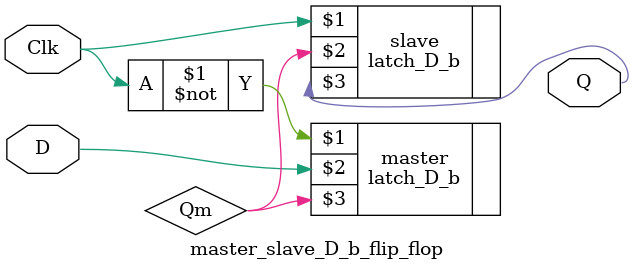
<source format=v>
module master_slave_D_b_flip_flop(
	input Clk,D,
	output Q);
	
	wire Qm;
	
	latch_D_b master(~Clk,D,Qm);
	
	latch_D_b slave(Clk,Qm,Q);
	
endmodule
</source>
